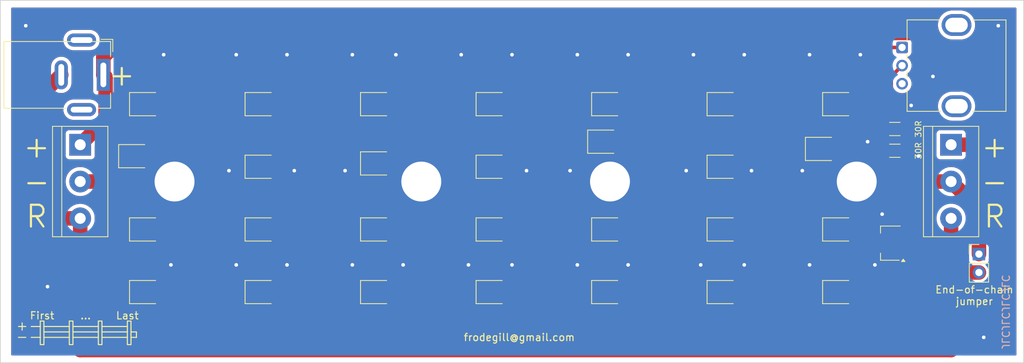
<source format=kicad_pcb>
(kicad_pcb (version 20240108) (generator "pcbnew") (generator_version "8.0")
  (layers (0 "F.Cu" signal) (31 "B.Cu" signal) (34 "B.Paste" user) (35 "F.Paste" user) (36 "B.SilkS" user "B.Silkscreen") (37 "F.SilkS" user "F.Silkscreen") (38 "B.Mask" user) (39 "F.Mask" user) (44 "Edge.Cuts" user))
  (net 0 "")
  (net 1 "GND")
  (net 2 "Net-(D1-A)")
  (net 3 "Net-(D1-K)")
  (net 4 "Net-(D2-A)")
  (net 5 "Net-(D3-A)")
  (net 6 "Net-(D10-K)")
  (net 7 "Net-(D10-A)")
  (net 8 "+12V")
  (net 9 "Net-(D11-A)")
  (net 10 "Net-(D17-A)")
  (net 11 "Net-(D18-A)")
  (net 12 "Net-(D19-A)")
  (net 13 "Net-(D25-A)")
  (net 14 "Net-(D26-A)")
  (net 15 "Net-(D27-A)")
  (net 16 "Net-(D33-A)")
  (net 17 "Net-(D34-A)")
  (net 18 "Net-(D35-A)")
  (net 19 "Net-(D41-A)")
  (net 20 "Net-(D42-A)")
  (net 21 "Net-(D43-A)")
  (net 22 "Net-(D49-A)")
  (net 23 "Net-(D50-A)")
  (net 24 "Net-(D51-A)")
  (net 25 "Net-(R1-Pad2)")
  (net 26 "Net-(U1-S)")
  (net 28 "Net-(J1-Pin_2)")
  (net 29 "Heat")
  (footprint "CustomLibrary:LED_PLCC_2835_AK" (layer "F.Cu") (at 137 171.75)
    (property "Reference" "D49" (hide yes))
    (property "Value" "LED_49" (hide yes))
    (fp_line (start -2.2 -1.6) (end -2.2 1.6) (stroke (width 0.12)) (layer "F.SilkS"))
    (fp_line (start 1.4 -1.6) (end -2.2 -1.6) (stroke (width 0.12)) (layer "F.SilkS"))
    (fp_line (start 1.4 1.6) (end -2.2 1.6) (stroke (width 0.12)) (layer "F.SilkS"))
    (pad "1" smd rect (at 1.375 0) (size 1.25 2.2) (layers "F.Cu" "F.Paste" "F.Mask") (net 3 "Net-(D1-K)"))
    (pad "2" smd rect (at -0.9 0) (size 2.2 2.2) (layers "F.Cu" "F.Paste" "F.Mask") (net 22 "Net-(D49-A)"))
  )
  (footprint "TerminalBlock:TerminalBlock_bornier-3_P5.08mm" (layer "F.Cu") (at 152.5 151.42 -90)
    (property "Reference" "J4" (hide yes))
    (property "Value" "Conn_01x03_Pin" (hide yes))
    (fp_line (start -2.54 3.81) (end 12.7 3.81) (stroke (width 0.12)) (layer "F.SilkS"))
    (fp_line (start -2.54 3.81) (end -2.54 -3.81) (stroke (width 0.12)) (layer "F.SilkS"))
    (fp_line (start 12.7 3.81) (end 12.7 -3.81) (stroke (width 0.12)) (layer "F.SilkS"))
    (fp_line (start -2.54 2.54) (end 12.7 2.54) (stroke (width 0.12)) (layer "F.SilkS"))
    (fp_line (start -2.54 -3.81) (end 12.7 -3.81) (stroke (width 0.12)) (layer "F.SilkS"))
    (pad "1" thru_hole rect (at 0 0 270) (size 3 3) (drill 1.52) (layers "*.Cu" "*.Mask") (net 8 "+12V"))
    (pad "2" thru_hole circle (at 5.08 0 270) (size 3 3) (drill 1.52) (layers "*.Cu" "*.Mask") (net 28 "Net-(J1-Pin_2)"))
    (pad "3" thru_hole circle (at 10.16 0 270) (size 3 3) (drill 1.52) (layers "*.Cu" "*.Mask") (net 1 "GND"))
  )
  (footprint "CustomLibrary:LED_PLCC_2835_AK" (layer "F.Cu") (at 137 145.82)
    (property "Reference" "D52" (hide yes))
    (property "Value" "LED_52" (hide yes))
    (fp_line (start -2.2 -1.6) (end -2.2 1.6) (stroke (width 0.12)) (layer "F.SilkS"))
    (fp_line (start 1.4 -1.6) (end -2.2 -1.6) (stroke (width 0.12)) (layer "F.SilkS"))
    (fp_line (start 1.4 1.6) (end -2.2 1.6) (stroke (width 0.12)) (layer "F.SilkS"))
    (pad "1" smd rect (at 1.375 0) (size 1.25 2.2) (layers "F.Cu" "F.Paste" "F.Mask") (net 24 "Net-(D51-A)"))
    (pad "2" smd rect (at -0.9 0) (size 2.2 2.2) (layers "F.Cu" "F.Paste" "F.Mask") (net 8 "+12V"))
  )
  (footprint "CustomLibrary:LED_PLCC_2835_AK" (layer "F.Cu") (at 134.625 152)
    (property "Reference" "D51" (hide yes))
    (property "Value" "LED_51" (hide yes))
    (fp_line (start -2.2 -1.6) (end -2.2 1.6) (stroke (width 0.12)) (layer "F.SilkS"))
    (fp_line (start 1.4 -1.6) (end -2.2 -1.6) (stroke (width 0.12)) (layer "F.SilkS"))
    (fp_line (start 1.4 1.6) (end -2.2 1.6) (stroke (width 0.12)) (layer "F.SilkS"))
    (pad "1" smd rect (at 1.375 0) (size 1.25 2.2) (layers "F.Cu" "F.Paste" "F.Mask") (net 23 "Net-(D50-A)"))
    (pad "2" smd rect (at -0.9 0) (size 2.2 2.2) (layers "F.Cu" "F.Paste" "F.Mask") (net 24 "Net-(D51-A)"))
  )
  (footprint "" (layer "F.Cu") (at 45.5 156.5)
    (property "Reference" "" (at 0 0 0) (layer "F.SilkS") (effects (font (size 1.27 1.27))))
    (property "Value" "")
    (pad "1" thru_hole circle (at 0 0) (size 7.5 7.5) (drill 5.5) (property pad_prop_heatsink) (layers "*.Cu") (net 29 "Heat"))
  )
  (footprint "CustomLibrary:LED_PLCC_2835_AK" (layer "F.Cu") (at 105.17 171.75)
    (property "Reference" "D33" (hide yes))
    (property "Value" "LED_33" (hide yes))
    (fp_line (start -2.2 -1.6) (end -2.2 1.6) (stroke (width 0.12)) (layer "F.SilkS"))
    (fp_line (start 1.4 -1.6) (end -2.2 -1.6) (stroke (width 0.12)) (layer "F.SilkS"))
    (fp_line (start 1.4 1.6) (end -2.2 1.6) (stroke (width 0.12)) (layer "F.SilkS"))
    (pad "1" smd rect (at 1.375 0) (size 1.25 2.2) (layers "F.Cu" "F.Paste" "F.Mask") (net 3 "Net-(D1-K)"))
    (pad "2" smd rect (at -0.9 0) (size 2.2 2.2) (layers "F.Cu" "F.Paste" "F.Mask") (net 16 "Net-(D33-A)"))
  )
  (footprint "CustomLibrary:BarrelJack_Wuerth_6941xx301002" (layer "F.Cu") (at 35.69 141.78 -90)
    (property "Reference" "J2" (hide yes))
    (property "Value" "Conn_Coaxial_Power" (hide yes))
    (fp_line (start -4.6 13.7) (end -4.6 -1) (stroke (width 0.12)) (layer "F.SilkS"))
    (fp_line (start 4.6 13.7) (end -4.6 13.7) (stroke (width 0.12)) (layer "F.SilkS"))
    (fp_line (start 4.6 5.2) (end 4.6 13.7) (stroke (width 0.12)) (layer "F.SilkS"))
    (fp_line (start -4.6 -1) (end -2.5 -1) (stroke (width 0.12)) (layer "F.SilkS"))
    (fp_line (start 2.5 -1) (end 4.6 -1) (stroke (width 0.12)) (layer "F.SilkS"))
    (fp_line (start 4.6 -1) (end 4.6 0.8) (stroke (width 0.12)) (layer "F.SilkS"))
    (fp_line (start -4.9 -1.3) (end -4.9 0.3) (stroke (width 0.12)) (layer "F.SilkS"))
    (fp_line (start -3.2 -1.3) (end -4.9 -1.3) (stroke (width 0.12)) (layer "F.SilkS"))
    (pad "1" thru_hole rect (at 0 0 270) (size 4.4 1.8) (drill oval 3.4 0.8) (layers "*.Cu" "*.Mask") (net 8 "+12V"))
    (pad "2" thru_hole oval (at 0 5.8 270) (size 4 1.8) (drill oval 3 0.8) (layers "*.Cu" "*.Mask") (net 1 "GND"))
    (pad "3" thru_hole oval (at -4.8 3) (size 4 1.8) (drill oval 3 0.8) (layers "*.Cu" "*.Mask"))
    (pad "3" thru_hole oval (at 4.8 3) (size 4 1.8) (drill oval 3 0.8) (layers "*.Cu" "*.Mask"))
  )
  (footprint "CustomLibrary:LED_PLCC_2835_AK" (layer "F.Cu") (at 73.33 145.82)
    (property "Reference" "D20" (hide yes))
    (property "Value" "LED_20" (hide yes))
    (fp_line (start -2.2 -1.6) (end -2.2 1.6) (stroke (width 0.12)) (layer "F.SilkS"))
    (fp_line (start 1.4 -1.6) (end -2.2 -1.6) (stroke (width 0.12)) (layer "F.SilkS"))
    (fp_line (start 1.4 1.6) (end -2.2 1.6) (stroke (width 0.12)) (layer "F.SilkS"))
    (pad "1" smd rect (at 1.375 0) (size 1.25 2.2) (layers "F.Cu" "F.Paste" "F.Mask") (net 12 "Net-(D19-A)"))
    (pad "2" smd rect (at -0.9 0) (size 2.2 2.2) (layers "F.Cu" "F.Paste" "F.Mask") (net 8 "+12V"))
  )
  (footprint "CustomLibrary:LED_PLCC_2835_AK" (layer "F.Cu") (at 73.33 171.75)
    (property "Reference" "D17" (hide yes))
    (property "Value" "LED_17" (hide yes))
    (fp_line (start -2.2 -1.6) (end -2.2 1.6) (stroke (width 0.12)) (layer "F.SilkS"))
    (fp_line (start 1.4 -1.6) (end -2.2 -1.6) (stroke (width 0.12)) (layer "F.SilkS"))
    (fp_line (start 1.4 1.6) (end -2.2 1.6) (stroke (width 0.12)) (layer "F.SilkS"))
    (pad "1" smd rect (at 1.375 0) (size 1.25 2.2) (layers "F.Cu" "F.Paste" "F.Mask") (net 3 "Net-(D1-K)"))
    (pad "2" smd rect (at -0.9 0) (size 2.2 2.2) (layers "F.Cu" "F.Paste" "F.Mask") (net 10 "Net-(D17-A)"))
  )
  (footprint "CustomLibrary:LED_PLCC_2835_AK" (layer "F.Cu") (at 41.5 171.75)
    (property "Reference" "D1" (hide yes))
    (property "Value" "LED_1" (hide yes))
    (fp_line (start -2.2 -1.6) (end -2.2 1.6) (stroke (width 0.12)) (layer "F.SilkS"))
    (fp_line (start 1.4 -1.6) (end -2.2 -1.6) (stroke (width 0.12)) (layer "F.SilkS"))
    (fp_line (start 1.4 1.6) (end -2.2 1.6) (stroke (width 0.12)) (layer "F.SilkS"))
    (pad "1" smd rect (at 1.375 0) (size 1.25 2.2) (layers "F.Cu" "F.Paste" "F.Mask") (net 3 "Net-(D1-K)"))
    (pad "2" smd rect (at -0.9 0) (size 2.2 2.2) (layers "F.Cu" "F.Paste" "F.Mask") (net 2 "Net-(D1-A)"))
  )
  (footprint "CustomLibrary:LED_PLCC_2835_AK" (layer "F.Cu") (at 105.17 145.82)
    (property "Reference" "D36" (hide yes))
    (property "Value" "LED_36" (hide yes))
    (fp_line (start -2.2 -1.6) (end -2.2 1.6) (stroke (width 0.12)) (layer "F.SilkS"))
    (fp_line (start 1.4 -1.6) (end -2.2 -1.6) (stroke (width 0.12)) (layer "F.SilkS"))
    (fp_line (start 1.4 1.6) (end -2.2 1.6) (stroke (width 0.12)) (layer "F.SilkS"))
    (pad "1" smd rect (at 1.375 0) (size 1.25 2.2) (layers "F.Cu" "F.Paste" "F.Mask") (net 18 "Net-(D35-A)"))
    (pad "2" smd rect (at -0.9 0) (size 2.2 2.2) (layers "F.Cu" "F.Paste" "F.Mask") (net 8 "+12V"))
  )
  (footprint "Resistor_SMD:R_1206_3216Metric" (layer "F.Cu") (at 144.75 149.25 180)
    (property "Reference" "R1" (hide yes))
    (property "Value" "30R" (hide yes))
    (fp_line (start -0.727064 0.91) (end 0.727064 0.91) (stroke (width 0.12)) (layer "F.SilkS"))
    (fp_line (start -0.727064 -0.91) (end 0.727064 -0.91) (stroke (width 0.12)) (layer "F.SilkS"))
    (fp_text user "30R" (at -3.25 0 90) (layer "F.SilkS") (effects (font (size 0.8 0.8) (thickness 0.12))))
    (pad "1" smd roundrect (at -1.4625 0 180) (size 1.125 1.75) (layers "F.Cu" "F.Paste" "F.Mask") (roundrect_rratio 0.222222) (net 28 "Net-(J1-Pin_2)"))
    (pad "2" smd roundrect (at 1.4625 0 180) (size 1.125 1.75) (layers "F.Cu" "F.Paste" "F.Mask") (roundrect_rratio 0.222222) (net 25 "Net-(R1-Pad2)"))
  )
  (footprint "CustomLibrary:LED_PLCC_2835_AK" (layer "F.Cu") (at 105.17 163.11)
    (property "Reference" "D34" (hide yes))
    (property "Value" "LED_34" (hide yes))
    (fp_line (start -2.2 -1.6) (end -2.2 1.6) (stroke (width 0.12)) (layer "F.SilkS"))
    (fp_line (start 1.4 -1.6) (end -2.2 -1.6) (stroke (width 0.12)) (layer "F.SilkS"))
    (fp_line (start 1.4 1.6) (end -2.2 1.6) (stroke (width 0.12)) (layer "F.SilkS"))
    (pad "1" smd rect (at 1.375 0) (size 1.25 2.2) (layers "F.Cu" "F.Paste" "F.Mask") (net 16 "Net-(D33-A)"))
    (pad "2" smd rect (at -0.9 0) (size 2.2 2.2) (layers "F.Cu" "F.Paste" "F.Mask") (net 17 "Net-(D34-A)"))
  )
  (footprint "Package_TO_SOT_SMD:SOT-89-3" (layer "F.Cu") (at 144.1375 165 180)
    (property "Reference" "U1" (hide yes))
    (property "Value" "~" (hide yes))
    (fp_line (start 1.36 2.36) (end -1.36 2.36) (stroke (width 0.12)) (layer "F.SilkS"))
    (fp_line (start 1.36 1.38) (end 1.36 2.36) (stroke (width 0.12)) (layer "F.SilkS"))
    (fp_line (start 1.36 -1.38) (end 1.36 -2.36) (stroke (width 0.12)) (layer "F.SilkS"))
    (fp_line (start -1.22 -2.36) (end 1.36 -2.36) (stroke (width 0.12)) (layer "F.SilkS"))
    (fp_poly (pts (xy -1.77 -2.21) (xy -2.01 -2.54) (xy -1.53 -2.54) (xy -1.77 -2.21)) (stroke (width 0.12)) (fill solid) (layer "F.SilkS"))
    (pad "1" smd roundrect (at -1.95 -1.5 180) (size 1.3 0.9) (layers "F.Cu" "F.Paste" "F.Mask") (net 3 "Net-(D1-K)"))
    (pad "2" smd custom (at -1.8625 0 180) (size 1.475 0.9) (layers "F.Cu" "F.Paste" "F.Mask") (net 28 "Net-(J1-Pin_2)") (options (clearance outline) (anchor rect)) (primitives (gr_poly (pts (xy 3.8625 0.8665) (xy 0.7375 0.8665) (xy 0.7375 -0.8665) (xy 3.8625 -0.8665)) (width 0) (fill yes))))
    (pad "3" smd roundrect (at -1.95 1.5 180) (size 1.3 0.9) (layers "F.Cu" "F.Paste" "F.Mask") (net 26 "Net-(U1-S)"))
  )
  (footprint "CustomLibrary:LED_PLCC_2835_AK" (layer "F.Cu") (at 89.25 171.75)
    (property "Reference" "D25" (hide yes))
    (property "Value" "LED_25" (hide yes))
    (fp_line (start -2.2 -1.6) (end -2.2 1.6) (stroke (width 0.12)) (layer "F.SilkS"))
    (fp_line (start 1.4 -1.6) (end -2.2 -1.6) (stroke (width 0.12)) (layer "F.SilkS"))
    (fp_line (start 1.4 1.6) (end -2.2 1.6) (stroke (width 0.12)) (layer "F.SilkS"))
    (pad "1" smd rect (at 1.375 0) (size 1.25 2.2) (layers "F.Cu" "F.Paste" "F.Mask") (net 3 "Net-(D1-K)"))
    (pad "2" smd rect (at -0.9 0) (size 2.2 2.2) (layers "F.Cu" "F.Paste" "F.Mask") (net 13 "Net-(D25-A)"))
  )
  (footprint "CustomLibrary:LED_PLCC_2835_AK" (layer "F.Cu") (at 121.08 171.75)
    (property "Reference" "D41" (hide yes))
    (property "Value" "LED_41" (hide yes))
    (fp_line (start -2.2 -1.6) (end -2.2 1.6) (stroke (width 0.12)) (layer "F.SilkS"))
    (fp_line (start 1.4 -1.6) (end -2.2 -1.6) (stroke (width 0.12)) (layer "F.SilkS"))
    (fp_line (start 1.4 1.6) (end -2.2 1.6) (stroke (width 0.12)) (layer "F.SilkS"))
    (pad "1" smd rect (at 1.375 0) (size 1.25 2.2) (layers "F.Cu" "F.Paste" "F.Mask") (net 3 "Net-(D1-K)"))
    (pad "2" smd rect (at -0.9 0) (size 2.2 2.2) (layers "F.Cu" "F.Paste" "F.Mask") (net 19 "Net-(D41-A)"))
  )
  (footprint "CustomLibrary:LED_PLCC_2835_AK" (layer "F.Cu") (at 121.08 154.46)
    (property "Reference" "D43" (hide yes))
    (property "Value" "LED_43" (hide yes))
    (fp_line (start -2.2 -1.6) (end -2.2 1.6) (stroke (width 0.12)) (layer "F.SilkS"))
    (fp_line (start 1.4 -1.6) (end -2.2 -1.6) (stroke (width 0.12)) (layer "F.SilkS"))
    (fp_line (start 1.4 1.6) (end -2.2 1.6) (stroke (width 0.12)) (layer "F.SilkS"))
    (pad "1" smd rect (at 1.375 0) (size 1.25 2.2) (layers "F.Cu" "F.Paste" "F.Mask") (net 20 "Net-(D42-A)"))
    (pad "2" smd rect (at -0.9 0) (size 2.2 2.2) (layers "F.Cu" "F.Paste" "F.Mask") (net 21 "Net-(D43-A)"))
  )
  (footprint "" (layer "F.Cu") (at 79.5 156.5)
    (property "Reference" "" (at 0 0 0) (layer "F.SilkS") (effects (font (size 1.27 1.27))))
    (property "Value" "")
    (pad "1" thru_hole circle (at 0 0) (size 7.5 7.5) (drill 5.5) (property pad_prop_heatsink) (layers "*.Cu") (net 29 "Heat"))
  )
  (footprint "CustomLibrary:LED_PLCC_2835_AK" (layer "F.Cu") (at 41.5 163.11)
    (property "Reference" "D2" (hide yes))
    (property "Value" "LED_2" (hide yes))
    (fp_line (start -2.2 -1.6) (end -2.2 1.6) (stroke (width 0.12)) (layer "F.SilkS"))
    (fp_line (start 1.4 -1.6) (end -2.2 -1.6) (stroke (width 0.12)) (layer "F.SilkS"))
    (fp_line (start 1.4 1.6) (end -2.2 1.6) (stroke (width 0.12)) (layer "F.SilkS"))
    (pad "1" smd rect (at 1.375 0) (size 1.25 2.2) (layers "F.Cu" "F.Paste" "F.Mask") (net 2 "Net-(D1-A)"))
    (pad "2" smd rect (at -0.9 0) (size 2.2 2.2) (layers "F.Cu" "F.Paste" "F.Mask") (net 4 "Net-(D2-A)"))
  )
  (footprint "" (layer "F.Cu") (at 105.5 156.5)
    (property "Reference" "" (at 0 0 0) (layer "F.SilkS") (effects (font (size 1.27 1.27))))
    (property "Value" "")
    (pad "1" thru_hole circle (at 0 0) (size 7.5 7.5) (drill 5.5) (property pad_prop_heatsink) (layers "*.Cu") (net 29 "Heat"))
  )
  (footprint "CustomLibrary:LED_PLCC_2835_AK" (layer "F.Cu") (at 40 153)
    (property "Reference" "D3" (hide yes))
    (property "Value" "LED_3" (hide yes))
    (fp_line (start -2.2 -1.6) (end -2.2 1.6) (stroke (width 0.12)) (layer "F.SilkS"))
    (fp_line (start 1.4 -1.6) (end -2.2 -1.6) (stroke (width 0.12)) (layer "F.SilkS"))
    (fp_line (start 1.4 1.6) (end -2.2 1.6) (stroke (width 0.12)) (layer "F.SilkS"))
    (pad "1" smd rect (at 1.375 0) (size 1.25 2.2) (layers "F.Cu" "F.Paste" "F.Mask") (net 4 "Net-(D2-A)"))
    (pad "2" smd rect (at -0.9 0) (size 2.2 2.2) (layers "F.Cu" "F.Paste" "F.Mask") (net 5 "Net-(D3-A)"))
  )
  (footprint "Connector_PinHeader_2.54mm:PinHeader_1x02_P2.54mm_Vertical" (layer "F.Cu") (at 156.34 166.51)
    (property "Reference" "J3" (hide yes))
    (property "Value" "Terminator" (hide yes))
    (fp_line (start -1.33 -1.33) (end 0 -1.33) (stroke (width 0.12)) (layer "F.SilkS"))
    (fp_line (start -1.33 0) (end -1.33 -1.33) (stroke (width 0.12)) (layer "F.SilkS"))
    (fp_line (start -1.33 1.27) (end -1.33 3.87) (stroke (width 0.12)) (layer "F.SilkS"))
    (fp_line (start -1.33 1.27) (end 1.33 1.27) (stroke (width 0.12)) (layer "F.SilkS"))
    (fp_line (start -1.33 3.87) (end 1.33 3.87) (stroke (width 0.12)) (layer "F.SilkS"))
    (fp_line (start 1.33 1.27) (end 1.33 3.87) (stroke (width 0.12)) (layer "F.SilkS"))
    (pad "1" thru_hole rect (at 0 0) (size 1.7 1.7) (drill 1) (layers "*.Cu" "*.Mask") (net 28 "Net-(J1-Pin_2)"))
    (pad "2" thru_hole oval (at 0 2.54) (size 1.7 1.7) (drill 1) (layers "*.Cu" "*.Mask") (net 1 "GND"))
  )
  (footprint "CustomLibrary:LED_PLCC_2835_AK" (layer "F.Cu") (at 57.42 145.82)
    (property "Reference" "D12" (hide yes))
    (property "Value" "LED_12" (hide yes))
    (fp_line (start -2.2 -1.6) (end -2.2 1.6) (stroke (width 0.12)) (layer "F.SilkS"))
    (fp_line (start 1.4 -1.6) (end -2.2 -1.6) (stroke (width 0.12)) (layer "F.SilkS"))
    (fp_line (start 1.4 1.6) (end -2.2 1.6) (stroke (width 0.12)) (layer "F.SilkS"))
    (pad "1" smd rect (at 1.375 0) (size 1.25 2.2) (layers "F.Cu" "F.Paste" "F.Mask") (net 9 "Net-(D11-A)"))
    (pad "2" smd rect (at -0.9 0) (size 2.2 2.2) (layers "F.Cu" "F.Paste" "F.Mask") (net 8 "+12V"))
  )
  (footprint "CustomLibrary:LED_PLCC_2835_AK" (layer "F.Cu") (at 57.42 163.11)
    (property "Reference" "D10" (hide yes))
    (property "Value" "LED_10" (hide yes))
    (fp_line (start -2.2 -1.6) (end -2.2 1.6) (stroke (width 0.12)) (layer "F.SilkS"))
    (fp_line (start 1.4 -1.6) (end -2.2 -1.6) (stroke (width 0.12)) (layer "F.SilkS"))
    (fp_line (start 1.4 1.6) (end -2.2 1.6) (stroke (width 0.12)) (layer "F.SilkS"))
    (pad "1" smd rect (at 1.375 0) (size 1.25 2.2) (layers "F.Cu" "F.Paste" "F.Mask") (net 6 "Net-(D10-K)"))
    (pad "2" smd rect (at -0.9 0) (size 2.2 2.2) (layers "F.Cu" "F.Paste" "F.Mask") (net 7 "Net-(D10-A)"))
  )
  (footprint "CustomLibrary:LED_PLCC_2835_AK" (layer "F.Cu") (at 89.25 145.82)
    (property "Reference" "D28" (hide yes))
    (property "Value" "LED_28" (hide yes))
    (fp_line (start -2.2 -1.6) (end -2.2 1.6) (stroke (width 0.12)) (layer "F.SilkS"))
    (fp_line (start 1.4 -1.6) (end -2.2 -1.6) (stroke (width 0.12)) (layer "F.SilkS"))
    (fp_line (start 1.4 1.6) (end -2.2 1.6) (stroke (width 0.12)) (layer "F.SilkS"))
    (pad "1" smd rect (at 1.375 0) (size 1.25 2.2) (layers "F.Cu" "F.Paste" "F.Mask") (net 15 "Net-(D27-A)"))
    (pad "2" smd rect (at -0.9 0) (size 2.2 2.2) (layers "F.Cu" "F.Paste" "F.Mask") (net 8 "+12V"))
  )
  (footprint "CustomLibrary:LED_PLCC_2835_AK" (layer "F.Cu") (at 73.33 154)
    (property "Reference" "D19" (hide yes))
    (property "Value" "LED_19" (hide yes))
    (fp_line (start -2.2 -1.6) (end -2.2 1.6) (stroke (width 0.12)) (layer "F.SilkS"))
    (fp_line (start 1.4 -1.6) (end -2.2 -1.6) (stroke (width 0.12)) (layer "F.SilkS"))
    (fp_line (start 1.4 1.6) (end -2.2 1.6) (stroke (width 0.12)) (layer "F.SilkS"))
    (pad "1" smd rect (at 1.375 0) (size 1.25 2.2) (layers "F.Cu" "F.Paste" "F.Mask") (net 11 "Net-(D18-A)"))
    (pad "2" smd rect (at -0.9 0) (size 2.2 2.2) (layers "F.Cu" "F.Paste" "F.Mask") (net 12 "Net-(D19-A)"))
  )
  (footprint "CustomLibrary:LED_PLCC_2835_AK" (layer "F.Cu") (at 137 163.11)
    (property "Reference" "D50" (hide yes))
    (property "Value" "LED_50" (hide yes))
    (fp_line (start -2.2 -1.6) (end -2.2 1.6) (stroke (width 0.12)) (layer "F.SilkS"))
    (fp_line (start 1.4 -1.6) (end -2.2 -1.6) (stroke (width 0.12)) (layer "F.SilkS"))
    (fp_line (start 1.4 1.6) (end -2.2 1.6) (stroke (width 0.12)) (layer "F.SilkS"))
    (pad "1" smd rect (at 1.375 0) (size 1.25 2.2) (layers "F.Cu" "F.Paste" "F.Mask") (net 22 "Net-(D49-A)"))
    (pad "2" smd rect (at -0.9 0) (size 2.2 2.2) (layers "F.Cu" "F.Paste" "F.Mask") (net 23 "Net-(D50-A)"))
  )
  (footprint "CustomLibrary:LED_PLCC_2835_AK" (layer "F.Cu") (at 57.42 171.75)
    (property "Reference" "D9" (hide yes))
    (property "Value" "LED_9" (hide yes))
    (fp_line (start -2.2 -1.6) (end -2.2 1.6) (stroke (width 0.12)) (layer "F.SilkS"))
    (fp_line (start 1.4 -1.6) (end -2.2 -1.6) (stroke (width 0.12)) (layer "F.SilkS"))
    (fp_line (start 1.4 1.6) (end -2.2 1.6) (stroke (width 0.12)) (layer "F.SilkS"))
    (pad "1" smd rect (at 1.375 0) (size 1.25 2.2) (layers "F.Cu" "F.Paste" "F.Mask") (net 3 "Net-(D1-K)"))
    (pad "2" smd rect (at -0.9 0) (size 2.2 2.2) (layers "F.Cu" "F.Paste" "F.Mask") (net 6 "Net-(D10-K)"))
  )
  (footprint "CustomLibrary:LED_PLCC_2835_AK" (layer "F.Cu") (at 104.625 151)
    (property "Reference" "D35" (hide yes))
    (property "Value" "LED_35" (hide yes))
    (fp_line (start -2.2 -1.6) (end -2.2 1.6) (stroke (width 0.12)) (layer "F.SilkS"))
    (fp_line (start 1.4 -1.6) (end -2.2 -1.6) (stroke (width 0.12)) (layer "F.SilkS"))
    (fp_line (start 1.4 1.6) (end -2.2 1.6) (stroke (width 0.12)) (layer "F.SilkS"))
    (pad "1" smd rect (at 1.375 0) (size 1.25 2.2) (layers "F.Cu" "F.Paste" "F.Mask") (net 17 "Net-(D34-A)"))
    (pad "2" smd rect (at -0.9 0) (size 2.2 2.2) (layers "F.Cu" "F.Paste" "F.Mask") (net 18 "Net-(D35-A)"))
  )
  (footprint "TerminalBlock:TerminalBlock_bornier-3_P5.08mm" (layer "F.Cu") (at 32.5 151.42 -90)
    (property "Reference" "J1" (hide yes))
    (property "Value" "Conn_01x03_Pin" (hide yes))
    (fp_line (start -2.54 3.81) (end 12.7 3.81) (stroke (width 0.12)) (layer "F.SilkS"))
    (fp_line (start -2.54 3.81) (end -2.54 -3.81) (stroke (width 0.12)) (layer "F.SilkS"))
    (fp_line (start 12.7 3.81) (end 12.7 -3.81) (stroke (width 0.12)) (layer "F.SilkS"))
    (fp_line (start -2.54 2.54) (end 12.7 2.54) (stroke (width 0.12)) (layer "F.SilkS"))
    (fp_line (start -2.54 -3.81) (end 12.7 -3.81) (stroke (width 0.12)) (layer "F.SilkS"))
    (pad "1" thru_hole rect (at 0 0 270) (size 3 3) (drill 1.52) (layers "*.Cu" "*.Mask") (net 8 "+12V"))
    (pad "2" thru_hole circle (at 5.08 0 270) (size 3 3) (drill 1.52) (layers "*.Cu" "*.Mask") (net 28 "Net-(J1-Pin_2)"))
    (pad "3" thru_hole circle (at 10.16 0 270) (size 3 3) (drill 1.52) (layers "*.Cu" "*.Mask") (net 1 "GND"))
  )
  (footprint "CustomLibrary:LED_PLCC_2835_AK" (layer "F.Cu") (at 89.25 154.46)
    (property "Reference" "D27" (hide yes))
    (property "Value" "LED_27" (hide yes))
    (fp_line (start -2.2 -1.6) (end -2.2 1.6) (stroke (width 0.12)) (layer "F.SilkS"))
    (fp_line (start 1.4 -1.6) (end -2.2 -1.6) (stroke (width 0.12)) (layer "F.SilkS"))
    (fp_line (start 1.4 1.6) (end -2.2 1.6) (stroke (width 0.12)) (layer "F.SilkS"))
    (pad "1" smd rect (at 1.375 0) (size 1.25 2.2) (layers "F.Cu" "F.Paste" "F.Mask") (net 14 "Net-(D26-A)"))
    (pad "2" smd rect (at -0.9 0) (size 2.2 2.2) (layers "F.Cu" "F.Paste" "F.Mask") (net 15 "Net-(D27-A)"))
  )
  (footprint "CustomLibrary:LED_PLCC_2835_AK" (layer "F.Cu") (at 89.25 163.11)
    (property "Reference" "D26" (hide yes))
    (property "Value" "LED_26" (hide yes))
    (fp_line (start -2.2 -1.6) (end -2.2 1.6) (stroke (width 0.12)) (layer "F.SilkS"))
    (fp_line (start 1.4 -1.6) (end -2.2 -1.6) (stroke (width 0.12)) (layer "F.SilkS"))
    (fp_line (start 1.4 1.6) (end -2.2 1.6) (stroke (width 0.12)) (layer "F.SilkS"))
    (pad "1" smd rect (at 1.375 0) (size 1.25 2.2) (layers "F.Cu" "F.Paste" "F.Mask") (net 13 "Net-(D25-A)"))
    (pad "2" smd rect (at -0.9 0) (size 2.2 2.2) (layers "F.Cu" "F.Paste" "F.Mask") (net 14 "Net-(D26-A)"))
  )
  (footprint "CustomLibrary:LED_PLCC_2835_AK" (layer "F.Cu") (at 121.08 145.82)
    (property "Reference" "D44" (hide yes))
    (property "Value" "LED_44" (hide yes))
    (fp_line (start -2.2 -1.6) (end -2.2 1.6) (stroke (width 0.12)) (layer "F.SilkS"))
    (fp_line (start 1.4 -1.6) (end -2.2 -1.6) (stroke (width 0.12)) (layer "F.SilkS"))
    (fp_line (start 1.4 1.6) (end -2.2 1.6) (stroke (width 0.12)) (layer "F.SilkS"))
    (pad "1" smd rect (at 1.375 0) (size 1.25 2.2) (layers "F.Cu" "F.Paste" "F.Mask") (net 21 "Net-(D43-A)"))
    (pad "2" smd rect (at -0.9 0) (size 2.2 2.2) (layers "F.Cu" "F.Paste" "F.Mask") (net 8 "+12V"))
  )
  (footprint "CustomLibrary:LED_PLCC_2835_AK" (layer "F.Cu") (at 73.33 163.11)
    (property "Reference" "D18" (hide yes))
    (property "Value" "LED_18" (hide yes))
    (fp_line (start -2.2 -1.6) (end -2.2 1.6) (stroke (width 0.12)) (layer "F.SilkS"))
    (fp_line (start 1.4 -1.6) (end -2.2 -1.6) (stroke (width 0.12)) (layer "F.SilkS"))
    (fp_line (start 1.4 1.6) (end -2.2 1.6) (stroke (width 0.12)) (layer "F.SilkS"))
    (pad "1" smd rect (at 1.375 0) (size 1.25 2.2) (layers "F.Cu" "F.Paste" "F.Mask") (net 10 "Net-(D17-A)"))
    (pad "2" smd rect (at -0.9 0) (size 2.2 2.2) (layers "F.Cu" "F.Paste" "F.Mask") (net 11 "Net-(D18-A)"))
  )
  (footprint "Rotary_Encoder:RotaryEncoder_Bourns_Vertical_PEC12R-3x17F-Nxxxx" (layer "F.Cu") (at 145.75 138)
    (property "Reference" "SW1" (hide yes))
    (property "Value" "RotaryEncoder, 2K" (hide yes))
    (fp_line (start 0.69 -3.81) (end 5.3 -3.81) (stroke (width 0.12)) (layer "F.SilkS"))
    (fp_line (start 0.69 -1.05) (end 0.69 -3.81) (stroke (width 0.12)) (layer "F.SilkS"))
    (fp_line (start 0.69 1.05) (end 0.69 1.65) (stroke (width 0.12)) (layer "F.SilkS"))
    (fp_line (start 0.69 3.35) (end 0.69 4.15) (stroke (width 0.12)) (layer "F.SilkS"))
    (fp_line (start 0.69 5.85) (end 0.69 8.81) (stroke (width 0.12)) (layer "F.SilkS"))
    (fp_line (start 5.3 8.81) (end 0.69 8.81) (stroke (width 0.12)) (layer "F.SilkS"))
    (fp_line (start 9.7 -3.8) (end 14.31 -3.8) (stroke (width 0.12)) (layer "F.SilkS"))
    (fp_line (start 14.31 -3.8) (end 14.31 8.81) (stroke (width 0.12)) (layer "F.SilkS"))
    (fp_line (start 14.31 8.81) (end 9.7 8.81) (stroke (width 0.12)) (layer "F.SilkS"))
    (pad "A" thru_hole roundrect (at 0 0) (size 1.6 1.6) (drill 1) (layers "*.Cu" "*.Mask") (roundrect_rratio 0.15625) (net 25 "Net-(R1-Pad2)"))
    (pad "B" thru_hole circle (at 0 5) (size 1.6 1.6) (drill 1) (layers "*.Cu" "*.Mask"))
    (pad "C" thru_hole circle (at 0 2.5) (size 1.6 1.6) (drill 1) (layers "*.Cu" "*.Mask") (net 26 "Net-(U1-S)"))
    (pad "SH" thru_hole oval (at 7.5 -3.1) (size 4.1 3) (drill oval 3.1 2) (layers "*.Cu" "*.Mask"))
    (pad "SH" thru_hole oval (at 7.5 8.1) (size 4.1 3) (drill oval 3.1 2) (layers "*.Cu" "*.Mask"))
  )
  (footprint "CustomLibrary:LED_PLCC_2835_AK" (layer "F.Cu") (at 57.42 154.46)
    (property "Reference" "D11" (hide yes))
    (property "Value" "LED_11" (hide yes))
    (fp_line (start -2.2 -1.6) (end -2.2 1.6) (stroke (width 0.12)) (layer "F.SilkS"))
    (fp_line (start 1.4 -1.6) (end -2.2 -1.6) (stroke (width 0.12)) (layer "F.SilkS"))
    (fp_line (start 1.4 1.6) (end -2.2 1.6) (stroke (width 0.12)) (layer "F.SilkS"))
    (pad "1" smd rect (at 1.375 0) (size 1.25 2.2) (layers "F.Cu" "F.Paste" "F.Mask") (net 7 "Net-(D10-A)"))
    (pad "2" smd rect (at -0.9 0) (size 2.2 2.2) (layers "F.Cu" "F.Paste" "F.Mask") (net 9 "Net-(D11-A)"))
  )
  (footprint "CustomLibrary:LED_PLCC_2835_AK" (layer "F.Cu") (at 121.08 163.11)
    (property "Reference" "D42" (hide yes))
    (property "Value" "LED_42" (hide yes))
    (fp_line (start -2.2 -1.6) (end -2.2 1.6) (stroke (width 0.12)) (layer "F.SilkS"))
    (fp_line (start 1.4 -1.6) (end -2.2 -1.6) (stroke (width 0.12)) (layer "F.SilkS"))
    (fp_line (start 1.4 1.6) (end -2.2 1.6) (stroke (width 0.12)) (layer "F.SilkS"))
    (pad "1" smd rect (at 1.375 0) (size 1.25 2.2) (layers "F.Cu" "F.Paste" "F.Mask") (net 19 "Net-(D41-A)"))
    (pad "2" smd rect (at -0.9 0) (size 2.2 2.2) (layers "F.Cu" "F.Paste" "F.Mask") (net 20 "Net-(D42-A)"))
  )
  (footprint "CustomLibrary:LED_PLCC_2835_AK" (layer "F.Cu") (at 41.5 145.82)
    (property "Reference" "D4" (hide yes))
    (property "Value" "LED_4" (hide yes))
    (fp_line (start -2.2 -1.6) (end -2.2 1.6) (stroke (width 0.12)) (layer "F.SilkS"))
    (fp_line (start 1.4 -1.6) (end -2.2 -1.6) (stroke (width 0.12)) (layer "F.SilkS"))
    (fp_line (start 1.4 1.6) (end -2.2 1.6) (stroke (width 0.12)) (layer "F.SilkS"))
    (pad "1" smd rect (at 1.375 0) (size 1.25 2.2) (layers "F.Cu" "F.Paste" "F.Mask") (net 5 "Net-(D3-A)"))
    (pad "2" smd rect (at -0.9 0) (size 2.2 2.2) (layers "F.Cu" "F.Paste" "F.Mask") (net 8 "+12V"))
  )
  (footprint "Resistor_SMD:R_1206_3216Metric" (layer "F.Cu") (at 144.75 152.25)
    (property "Reference" "R2" (hide yes))
    (property "Value" "30R" (hide yes))
    (fp_line (start -0.727064 -0.91) (end 0.727064 -0.91) (stroke (width 0.12)) (layer "F.SilkS"))
    (fp_line (start -0.727064 0.91) (end 0.727064 0.91) (stroke (width 0.12)) (layer "F.SilkS"))
    (fp_text user "30R" (at 3.25 0 90) (layer "F.SilkS") (effects (font (size 0.8 0.8) (thickness 0.12))))
    (pad "1" smd roundrect (at -1.4625 0) (size 1.125 1.75) (layers "F.Cu" "F.Paste" "F.Mask") (roundrect_rratio 0.222222) (net 25 "Net-(R1-Pad2)"))
    (pad "2" smd roundrect (at 1.4625 0) (size 1.125 1.75) (layers "F.Cu" "F.Paste" "F.Mask") (roundrect_rratio 0.222222) (net 26 "Net-(U1-S)"))
  )
  (footprint "" (layer "F.Cu") (at 139.5 156.5)
    (property "Reference" "" (at 0 0 0) (layer "F.SilkS") (effects (font (size 1.27 1.27))))
    (property "Value" "")
    (pad "1" thru_hole circle (at 0 0) (size 7.5 7.5) (drill 5.5) (property pad_prop_heatsink) (layers "*.Cu") (net 29 "Heat"))
  )
  (gr_line (start 27 178) (end 25.75 178) (stroke (width 0.15)) (layer "F.SilkS"))
  (gr_line (start 40.25 177.25) (end 40.25 178) (stroke (width 0.15)) (layer "F.SilkS"))
  (gr_line (start 24.5 176) (end 24.5 177) (stroke (width 0.15)) (layer "F.SilkS"))
  (gr_line (start 25 178) (end 24 178) (stroke (width 0.15)) (layer "F.SilkS"))
  (gr_line (start 31.5 176.5) (end 35 176.5) (stroke (width 0.15)) (layer "F.SilkS"))
  (gr_line (start 31.5 178) (end 35 178) (stroke (width 0.15)) (layer "F.SilkS"))
  (gr_rect (start 31 175.75) (end 31.5 179) (stroke (width 0.15)) (fill none) (layer "F.SilkS"))
  (gr_line (start 27.5 178) (end 31 178) (stroke (width 0.15)) (layer "F.SilkS"))
  (gr_line (start 35.5 177.25) (end 39 177.25) (stroke (width 0.15)) (layer "F.SilkS"))
  (gr_line (start 25 176.5) (end 24 176.5) (stroke (width 0.15)) (layer "F.SilkS"))
  (gr_rect (start 27 175.75) (end 27.5 179) (stroke (width 0.15)) (fill none) (layer "F.SilkS"))
  (gr_line (start 35.5 178) (end 39 178) (stroke (width 0.15)) (layer "F.SilkS"))
  (gr_rect (start 35 175.75) (end 35.5 179) (stroke (width 0.15)) (fill none) (layer "F.SilkS"))
  (gr_line (start 27 176.5) (end 25.75 176.5) (stroke (width 0.15)) (layer "F.SilkS"))
  (gr_line (start 27.5 176.5) (end 31 176.5) (stroke (width 0.15)) (layer "F.SilkS"))
  (gr_rect (start 39 175.75) (end 39.5 179) (stroke (width 0.15)) (fill none) (layer "F.SilkS"))
  (gr_line (start 31.5 177.25) (end 35 177.25) (stroke (width 0.15)) (layer "F.SilkS"))
  (gr_line (start 35.5 176.5) (end 39 176.5) (stroke (width 0.15)) (layer "F.SilkS"))
  (gr_line (start 39.5 177.25) (end 40.25 177.25) (stroke (width 0.15)) (layer "F.SilkS"))
  (gr_line (start 40.25 178) (end 39.5 178) (stroke (width 0.15)) (layer "F.SilkS"))
  (gr_line (start 27.5 177.25) (end 31 177.25) (stroke (width 0.15)) (layer "F.SilkS"))
  (gr_rect (start 21.5 131.5) (end 162.5 181.5) (stroke (width 0.1)) (fill none) (layer "Edge.Cuts"))
  (gr_text "JLCJLCJLCJLC" (at 160 174.5 270) (layer "B.SilkS") (effects (font (size 1 1)) (justify mirror)))
  (gr_text "frodegill@gmail.com" (at 93 178 0) (layer "F.SilkS") (effects (font (size 1 1))))
  (gr_text "+" (at 38.23 141.745 0) (layer "F.SilkS") (effects (font (size 3 3) (thickness 0.3))))
  (gr_text "+\n-\nR" (at 26.5 156.5 0) (layer "F.SilkS") (effects (font (size 3 3) (thickness 0.3))))
  (gr_text "First" (at 27.25 175 0) (layer "F.SilkS") (effects (font (size 1 1))))
  (gr_text "..." (at 33.25 175 0) (layer "F.SilkS") (effects (font (size 1 1))))
  (gr_text "End-of-chain\njumper" (at 155.705 172.225 0) (layer "F.SilkS") (effects (font (size 1 1))))
  (gr_text "Last" (at 39 175 0) (layer "F.SilkS") (effects (font (size 1 1))))
  (gr_text "+\n-\nR" (at 158.5 156.5 0) (layer "F.SilkS") (effects (font (size 3 3) (thickness 0.3))))
  (segment (start 152.53 169.05) (end 152.5 169.02) (width 2) (layer "F.Cu") (net 1))
  (segment (start 152.5 169.02) (end 152.5 161.58) (width 2) (layer "F.Cu") (net 1))
  (segment (start 156.34 169.05) (end 152.53 169.05) (width 2) (layer "F.Cu") (net 1))
  (segment (start 27.435 158.89) (end 27.435 144.235) (width 2) (layer "F.Cu") (net 1))
  (segment (start 32.5 179.75) (end 152.5 179.75) (width 2) (layer "F.Cu") (net 1))
  (segment (start 32.5 161.58) (end 32.5 179.75) (width 2) (layer "F.Cu") (net 1))
  (segment (start 30.125 161.58) (end 27.435 158.89) (width 2) (layer "F.Cu") (net 1))
  (segment (start 152.5 179.75) (end 152.5 169.02) (width 2) (layer "F.Cu") (net 1))
  (segment (start 27.435 144.235) (end 29.89 141.78) (width 2) (layer "F.Cu") (net 1))
  (segment (start 32.5 161.58) (end 30.125 161.58) (width 2) (layer "F.Cu") (net 1))
  (segment (start 42.875 165.76) (end 40.6 168.035) (width 1) (layer "F.Cu") (net 2))
  (segment (start 42.875 163.11) (end 42.875 165.76) (width 1) (layer "F.Cu") (net 2))
  (segment (start 40.6 168.035) (end 40.6 171.75) (width 1) (layer "F.Cu") (net 2))
  (segment (start 75 174) (end 83 174) (width 1) (layer "F.Cu") (net 3))
  (segment (start 138.375 173.375) (end 139 174) (width 1) (layer "F.Cu") (net 3))
  (segment (start 131 174) (end 139 174) (width 1) (layer "F.Cu") (net 3))
  (segment (start 123 174) (end 131 174) (width 1) (layer "F.Cu") (net 3))
  (segment (start 74.705 171.75) (end 74.705 173.705) (width 1) (layer "F.Cu") (net 3))
  (segment (start 54 174) (end 59 174) (width 1) (layer "F.Cu") (net 3))
  (segment (start 42.875 171.75) (end 51 171.75) (width 1) (layer "F.Cu") (net 3))
  (segment (start 115 174) (end 123 174) (width 1) (layer "F.Cu") (net 3))
  (segment (start 91 174) (end 99 174) (width 1) (layer "F.Cu") (net 3))
  (segment (start 74.705 173.705) (end 75 174) (width 1) (layer "F.Cu") (net 3))
  (segment (start 90.625 173.375) (end 91 173.75) (width 1) (layer "F.Cu") (net 3))
  (segment (start 144 174) (end 146.0875 171.9125) (width 1) (layer "F.Cu") (net 3))
  (segment (start 122.455 171.75) (end 122.455 173.455) (width 1) (layer "F.Cu") (net 3))
  (segment (start 106.545 171.75) (end 106.545 173.545) (width 1) (layer "F.Cu") (net 3))
  (segment (start 51 171.75) (end 51.75 171.75) (width 1) (layer "F.Cu") (net 3))
  (segment (start 107 174) (end 115 174) (width 1) (layer "F.Cu") (net 3))
  (segment (start 90.625 171.75) (end 90.625 173.375) (width 1) (layer "F.Cu") (net 3))
  (segment (start 58.795 171.75) (end 58.795 173.795) (width 1) (layer "F.Cu") (net 3))
  (segment (start 139 174) (end 144 174) (width 1) (layer "F.Cu") (net 3))
  (segment (start 83 174) (end 91 174) (width 1) (layer "F.Cu") (net 3))
  (segment (start 91 173.75) (end 91 174) (width 1) (layer "F.Cu") (net 3))
  (segment (start 106.545 173.545) (end 107 174) (width 1) (layer "F.Cu") (net 3))
  (segment (start 51.75 171.75) (end 54 174) (width 1) (layer "F.Cu") (net 3))
  (segment (start 67 174) (end 75 174) (width 1) (layer "F.Cu") (net 3))
  (segment (start 122.455 173.455) (end 123 174) (width 1) (layer "F.Cu") (net 3))
  (segment (start 99 174) (end 107 174) (width 1) (layer "F.Cu") (net 3))
  (segment (start 138.375 171.75) (end 138.375 173.375) (width 1) (layer "F.Cu") (net 3))
  (segment (start 58.795 173.795) (end 59 174) (width 1) (layer "F.Cu") (net 3))
  (segment (start 146.0875 171.9125) (end 146.0875 166.5) (width 1) (layer "F.Cu") (net 3))
  (segment (start 59 174) (end 67 174) (width 1) (layer "F.Cu") (net 3))
  (segment (start 41.375 154.325) (end 40.6 155.1) (width 1) (layer "F.Cu") (net 4))
  (segment (start 40.6 155.1) (end 40.6 163.11) (width 1) (layer "F.Cu") (net 4))
  (segment (start 41.375 153) (end 41.375 154.325) (width 1) (layer "F.Cu") (net 4))
  (segment (start 39.1 149.9) (end 39.1 153) (width 1) (layer "F.Cu") (net 5))
  (segment (start 40 149) (end 42 149) (width 1) (layer "F.Cu") (net 5))
  (segment (start 42 149) (end 42.875 148.125) (width 1) (layer "F.Cu") (net 5))
  (segment (start 40 149) (end 39.1 149.9) (width 1) (layer "F.Cu") (net 5))
  (segment (start 42.875 148.125) (end 42.875 145.82) (width 1) (layer "F.Cu") (net 5))
  (segment (start 58.795 165.76) (end 56.52 168.035) (width 1) (layer "F.Cu") (net 6))
  (segment (start 58.795 163.11) (end 58.795 165.76) (width 1) (layer "F.Cu") (net 6))
  (segment (start 56.52 168.035) (end 56.52 171.75) (width 1) (layer "F.Cu") (net 6))
  (segment (start 58.795 154.46) (end 58.795 157.11) (width 1) (layer "F.Cu") (net 7))
  (segment (start 58.795 157.11) (end 56.52 159.385) (width 1) (layer "F.Cu") (net 7))
  (segment (start 56.52 159.385) (end 56.52 163.11) (width 1) (layer "F.Cu") (net 7))
  (segment (start 136.1 145.82) (end 136.1 136.1) (width 1) (layer "F.Cu") (net 8))
  (segment (start 56.52 145.82) (end 56.52 136.52) (width 1) (layer "F.Cu") (net 8))
  (segment (start 112 136) (end 104 136) (width 2) (layer "F.Cu") (net 8))
  (segment (start 32.5 151.42) (end 36 147.92) (width 2) (layer "F.Cu") (net 8))
  (segment (start 104.27 145.82) (end 104.27 136.27) (width 1) (layer "F.Cu") (net 8))
  (segment (start 56 136) (end 48 136) (width 2) (layer "F.Cu") (net 8))
  (segment (start 88.35 145.82) (end 88.35 136.35) (width 1) (layer "F.Cu") (net 8))
  (segment (start 120 136) (end 112 136) (width 2) (layer "F.Cu") (net 8))
  (segment (start 128 136) (end 120 136) (width 2) (layer "F.Cu") (net 8))
  (segment (start 72 136) (end 64 136) (width 2) (layer "F.Cu") (net 8))
  (segment (start 48 136) (end 40 136) (width 2) (layer "F.Cu") (net 8))
  (segment (start 72.43 145.82) (end 72.43 136.43) (width 1) (layer "F.Cu") (net 8))
  (segment (start 39 136) (end 35.69 139.31) (width 2) (layer "F.Cu") (net 8))
  (segment (start 104 136) (end 96 136) (width 2) (layer "F.Cu") (net 8))
  (segment (start 120.18 136.18) (end 120 136) (width 1) (layer "F.Cu") (net 8))
  (segment (start 96 136) (end 88 136) (width 2) (layer "F.Cu") (net 8))
  (segment (start 36 142.09) (end 35.69 141.78) (width 2) (layer "F.Cu") (net 8))
  (segment (start 72.43 136.43) (end 72 136) (width 1) (layer "F.Cu") (net 8))
  (segment (start 88.35 136.35) (end 88 136) (width 1) (layer "F.Cu") (net 8))
  (segment (start 157 150) (end 157 145) (width 2) (layer "F.Cu") (net 8))
  (segment (start 56.52 136.52) (end 56 136) (width 1) (layer "F.Cu") (net 8))
  (segment (start 136 136) (end 128 136) (width 2) (layer "F.Cu") (net 8))
  (segment (start 136.1 136.1) (end 136 136) (width 1) (layer "F.Cu") (net 8))
  (segment (start 120.18 145.82) (end 120.18 136.18) (width 1) (layer "F.Cu") (net 8))
  (segment (start 64 136) (end 56 136) (width 2) (layer "F.Cu") (net 8))
  (segment (start 36 147.92) (end 36 142.09) (width 2) (layer "F.Cu") (net 8))
  (segment (start 40.6 145.82) (end 40.6 136.6) (width 1) (layer "F.Cu") (net 8))
  (segment (start 80 136) (end 72 136) (width 2) (layer "F.Cu") (net 8))
  (segment (start 104.27 136.27) (end 104 136) (width 1) (layer "F.Cu") (net 8))
  (segment (start 40.6 136.6) (end 40 136) (width 1) (layer "F.Cu") (net 8))
  (segment (start 157 145) (end 148 136) (width 2) (layer "F.Cu") (net 8))
  (segment (start 40 136) (end 39 136) (width 2) (layer "F.Cu") (net 8))
  (segment (start 88 136) (end 80 136) (width 2) (layer "F.Cu") (net 8))
  (segment (start 35.69 139.31) (end 35.69 141.78) (width 2) (layer "F.Cu") (net 8))
  (segment (start 148 136) (end 136 136) (width 2) (layer "F.Cu") (net 8))
  (segment (start 152.5 151.42) (end 155.58 151.42) (width 2) (layer "F.Cu") (net 8))
  (segment (start 155.58 151.42) (end 157 150) (width 2) (layer "F.Cu") (net 8))
  (segment (start 58.795 145.82) (end 58.795 148.47) (width 1) (layer "F.Cu") (net 9))
  (segment (start 58.795 148.47) (end 56.52 150.745) (width 1) (layer "F.Cu") (net 9))
  (segment (start 56.52 150.745) (end 56.52 154.46) (width 1) (layer "F.Cu") (net 9))
  (segment (start 74.705 165.76) (end 72.43 168.035) (width 1) (layer "F.Cu") (net 10))
  (segment (start 72.43 168.035) (end 72.43 171.75) (width 1) (layer "F.Cu") (net 10))
  (segment (start 74.705 163.11) (end 74.705 165.76) (width 1) (layer "F.Cu") (net 10))
  (segment (start 72.43 158.57) (end 72.43 163.11) (width 1) (layer "F.Cu") (net 11))
  (segment (start 74.705 156.295) (end 72.43 158.57) (width 1) (layer "F.Cu") (net 11))
  (segment (start 74.705 154) (end 74.705 156.295) (width 1) (layer "F.Cu") (net 11))
  (segment (start 74.705 150.875) (end 72.43 153.15) (width 1) (layer "F.Cu") (net 12))
  (segment (start 72.43 153.15) (end 72.43 154) (width 1) (layer "F.Cu") (net 12))
  (segment (start 74.705 145.82) (end 74.705 150.875) (width 1) (layer "F.Cu") (net 12))
  (segment (start 88.35 168.035) (end 88.35 171.75) (width 1) (layer "F.Cu") (net 13))
  (segment (start 90.625 165.76) (end 88.35 168.035) (width 1) (layer "F.Cu") (net 13))
  (segment (start 90.625 163.11) (end 90.625 165.76) (width 1) (layer "F.Cu") (net 13))
  (segment (start 90.625 157.11) (end 88.35 159.385) (width 1) (layer "F.Cu") (net 14))
  (segment (start 88.35 159.385) (end 88.35 163.11) (width 1) (layer "F.Cu") (net 14))
  (segment (start 90.625 154.46) (end 90.625 157.11) (width 1) (layer "F.Cu") (net 14))
  (segment (start 90.625 148.47) (end 88.35 150.745) (width 1) (layer "F.Cu") (net 15))
  (segment (start 88.35 150.745) (end 88.35 154.46) (width 1) (layer "F.Cu") (net 15))
  (segment (start 90.625 145.82) (end 90.625 148.47) (width 1) (layer "F.Cu") (net 15))
  (segment (start 106.545 163.11) (end 106.545 165.76) (width 1) (layer "F.Cu") (net 16))
  (segment (start 104.27 168.035) (end 104.27 171.75) (width 1) (layer "F.Cu") (net 16))
  (segment (start 106.545 165.76) (end 104.27 168.035) (width 1) (layer "F.Cu") (net 16))
  (segment (start 107.625 151) (end 110 153.375) (width 1) (layer "F.Cu") (net 17))
  (segment (start 110 153.375) (end 110 158.293251) (width 1) (layer "F.Cu") (net 17))
  (segment (start 104.27 161.01) (end 104.27 163.11) (width 1) (layer "F.Cu") (net 17))
  (segment (start 106 151) (end 107.625 151) (width 1) (layer "F.Cu") (net 17))
  (segment (start 104.28 161) (end 104.27 161.01) (width 1) (layer "F.Cu") (net 17))
  (segment (start 107.293251 161) (end 104.28 161) (width 1) (layer "F.Cu") (net 17))
  (segment (start 110 158.293251) (end 107.293251 161) (width 1) (layer "F.Cu") (net 17))
  (segment (start 106.545 145.82) (end 106.545 147.33) (width 1) (layer "F.Cu") (net 18))
  (segment (start 103.725 150.15) (end 103.725 151) (width 1) (layer "F.Cu") (net 18))
  (segment (start 106.545 147.33) (end 103.725 150.15) (width 1) (layer "F.Cu") (net 18))
  (segment (start 122.455 165.76) (end 120.18 168.035) (width 1) (layer "F.Cu") (net 19))
  (segment (start 120.18 168.035) (end 120.18 171.75) (width 1) (layer "F.Cu") (net 19))
  (segment (start 122.455 163.11) (end 122.455 165.76) (width 1) (layer "F.Cu") (net 19))
  (segment (start 120.18 159.385) (end 120.18 163.11) (width 1) (layer "F.Cu") (net 20))
  (segment (start 122.455 157.11) (end 120.18 159.385) (width 1) (layer "F.Cu") (net 20))
  (segment (start 122.455 154.46) (end 122.455 157.11) (width 1) (layer "F.Cu") (net 20))
  (segment (start 122.455 145.82) (end 122.455 148.47) (width 1) (layer "F.Cu") (net 21))
  (segment (start 122.455 148.47) (end 120.18 150.745) (width 1) (layer "F.Cu") (net 21))
  (segment (start 120.18 150.745) (end 120.18 154.46) (width 1) (layer "F.Cu") (net 21))
  (segment (start 138.375 165.76) (end 136.1 168.035) (width 1) (layer "F.Cu") (net 22))
  (segment (start 136.1 168.035) (end 136.1 171.75) (width 1) (layer "F.Cu") (net 22))
  (segment (start 138.375 163.11) (end 138.375 165.76) (width 1) (layer "F.Cu") (net 22))
  (segment (start 136 153.706749) (end 135.05 154.656749) (width 1) (layer "F.Cu") (net 23))
  (segment (start 135.05 159.05) (end 136.1 160.1) (width 1) (layer "F.Cu") (net 23))
  (segment (start 136 152) (end 136 153.706749) (width 1) (layer "F.Cu") (net 23))
  (segment (start 135.05 154.656749) (end 135.05 159.05) (width 1) (layer "F.Cu") (net 23))
  (segment (start 136.1 160.1) (end 136.1 163.11) (width 1) (layer "F.Cu") (net 23))
  (segment (start 138.375 147.92) (end 137.295 149) (width 1) (layer "F.Cu") (net 24))
  (segment (start 137.295 149) (end 135 149) (width 1) (layer "F.Cu") (net 24))
  (segment (start 135 149) (end 133.725 150.275) (width 1) (layer "F.Cu") (net 24))
  (segment (start 133.725 150.275) (end 133.725 152) (width 1) (layer "F.Cu") (net 24))
  (segment (start 138.375 145.82) (end 138.375 147.92) (width 1) (layer "F.Cu") (net 24))
  (segment (start 143.2875 138.9625) (end 144.25 138) (width 0.5) (layer "F.Cu") (net 25))
  (segment (start 143.2875 149.25) (end 143.2875 138.9625) (width 0.5) (layer "F.Cu") (net 25))
  (segment (start 143.2875 152.25) (end 143.2875 149.25) (width 0.5) (layer "F.Cu") (net 25))
  (segment (start 144.25 138) (end 145.75 138) (width 0.5) (layer "F.Cu") (net 25))
  (segment (start 146.2125 152.25) (end 144.75 150.7875) (width 0.5) (layer "F.Cu") (net 26))
  (segment (start 146.2125 152.25) (end 146.2125 163.375) (width 0.5) (layer "F.Cu") (net 26))
  (segment (start 144.25 145.25) (end 144.25 142) (width 0.5) (layer "F.Cu") (net 26))
  (segment (start 144.75 150.7875) (end 144.75 145.75) (width 0.5) (layer "F.Cu") (net 26))
  (segment (start 146.2125 163.375) (end 146.0875 163.5) (width 0.5) (layer "F.Cu") (net 26))
  (segment (start 144.25 142) (end 145.75 140.5) (width 0.5) (layer "F.Cu") (net 26))
  (segment (start 144.75 145.75) (end 144.25 145.25) (width 0.5) (layer "F.Cu") (net 26))
  (segment (start 146.2 152.2625) (end 146.2125 152.25) (width 0.5) (layer "F.Cu") (net 26))
  (segment (start 83.5 177) (end 149.5 177) (width 2) (layer "F.Cu") (net 28))
  (segment (start 146 165) (end 149.5 165) (width 1.5) (layer "F.Cu") (net 28))
  (segment (start 148.75 149.25) (end 149.5 150) (width 0.5) (layer "F.Cu") (net 28))
  (segment (start 149.5 165) (end 149.5 156.5) (width 2) (layer "F.Cu") (net 28))
  (segment (start 149.5 177) (end 149.5 170.75) (width 2) (layer "F.Cu") (net 28))
  (segment (start 146.2125 149.25) (end 148.75 149.25) (width 0.5) (layer "F.Cu") (net 28))
  (segment (start 149.5 150) (end 149.5 156.5) (width 0.5) (layer "F.Cu") (net 28))
  (segment (start 35.5 156.5) (end 35.5 177) (width 2) (layer "F.Cu") (net 28))
  (segment (start 149.5 170.75) (end 149.5 165) (width 2) (layer "F.Cu") (net 28))
  (segment (start 149.5 156.5) (end 152.5 156.5) (width 2) (layer "F.Cu") (net 28))
  (segment (start 35.5 177) (end 83.5 177) (width 2) (layer "F.Cu") (net 28))
  (segment (start 156.34 166.51) (end 156.34 160.34) (width 2) (layer "F.Cu") (net 28))
  (segment (start 32.5 156.5) (end 35.5 156.5) (width 2) (layer "F.Cu") (net 28))
  (segment (start 156.34 160.34) (end 152.5 156.5) (width 2) (layer "F.Cu") (net 28))
  (via (at 150 142) (size 1) (drill 0.5) (layers "F.Cu" "B.Cu") (net 29))
  (via (at 70 168) (size 1) (drill 0.5) (layers "F.Cu" "B.Cu") (net 29))
  (via (at 101 168) (size 1) (drill 0.5) (layers "F.Cu" "B.Cu") (net 29))
  (via (at 125 155) (size 1) (drill 0.5) (layers "F.Cu" "B.Cu") (net 29))
  (via (at 92 168) (size 1) (drill 0.5) (layers "F.Cu" "B.Cu") (net 29))
  (via (at 61 168) (size 1) (drill 0.5) (layers "F.Cu" "B.Cu") (net 29))
  (via (at 101 139) (size 1) (drill 0.5) (layers "F.Cu" "B.Cu") (net 29))
  (via (at 54 168) (size 1) (drill 0.5) (layers "F.Cu" "B.Cu") (net 29))
  (via (at 61 139) (size 1) (drill 0.5) (layers "F.Cu" "B.Cu") (net 29))
  (via (at 25 135) (size 1) (drill 0.5) (layers "F.Cu" "B.Cu") (net 29))
  (via (at 133 139) (size 1) (drill 0.5) (layers "F.Cu" "B.Cu") (net 29))
  (via (at 108 168) (size 1) (drill 0.5) (layers "F.Cu" "B.Cu") (net 29))
  (via (at 117 139) (size 1) (drill 0.5) (layers "F.Cu" "B.Cu") (net 29))
  (via (at 147 146) (size 1) (drill 0.5) (layers "F.Cu" "B.Cu") (net 29))
  (via (at 62 155) (size 1) (drill 0.5) (layers "F.Cu" "B.Cu") (net 29))
  (via (at 148 153) (size 1) (drill 0.5) (layers "F.Cu" "B.Cu") (net 29))
  (via (at 76 139) (size 1) (drill 0.5) (layers "F.Cu" "B.Cu") (net 29))
  (via (at 100 155) (size 1) (drill 0.5) (layers "F.Cu" "B.Cu") (net 29))
  (via (at 116 155) (size 1) (drill 0.5) (layers "F.Cu" "B.Cu") (net 29))
  (via (at 124 139) (size 1) (drill 0.5) (layers "F.Cu" "B.Cu") (net 29))
  (via (at 77 168) (size 1) (drill 0.5) (layers "F.Cu" "B.Cu") (net 29))
  (via (at 140 139) (size 1) (drill 0.5) (layers "F.Cu" "B.Cu") (net 29))
  (via (at 28 171) (size 1) (drill 0.5) (layers "F.Cu" "B.Cu") (net 29))
  (via (at 53 155) (size 1) (drill 0.5) (layers "F.Cu" "B.Cu") (net 29))
  (via (at 159 135) (size 1) (drill 0.5) (layers "F.Cu" "B.Cu") (net 29))
  (via (at 141 151) (size 1) (drill 0.5) (layers "F.Cu" "B.Cu") (net 29))
  (via (at 54 139) (size 1) (drill 0.5) (layers "F.Cu" "B.Cu") (net 29))
  (via (at 108 139) (size 1) (drill 0.5) (layers "F.Cu" "B.Cu") (net 29))
  (via (at 143 161) (size 1) (drill 0.5) (layers "F.Cu" "B.Cu") (net 29))
  (via (at 142 168) (size 1) (drill 0.5) (layers "F.Cu" "B.Cu") (net 29))
  (via (at 132 155) (size 1) (drill 0.5) (layers "F.Cu" "B.Cu") (net 29))
  (via (at 45 168) (size 1) (drill 0.5) (layers "F.Cu" "B.Cu") (net 29))
  (via (at 157 178) (size 1) (drill 0.5) (layers "F.Cu" "B.Cu") (net 29))
  (via (at 86 168) (size 1) (drill 0.5) (layers "F.Cu" "B.Cu") (net 29))
  (via (at 70 139) (size 1) (drill 0.5) (layers "F.Cu" "B.Cu") (net 29))
  (via (at 133 168) (size 1) (drill 0.5) (layers "F.Cu" "B.Cu") (net 29))
  (via (at 92 139) (size 1) (drill 0.5) (layers "F.Cu" "B.Cu") (net 29))
  (via (at 94 155) (size 1) (drill 0.5) (layers "F.Cu" "B.Cu") (net 29))
  (via (at 44 139) (size 1) (drill 0.5) (layers "F.Cu" "B.Cu") (net 29))
  (via (at 69 155) (size 1) (drill 0.5) (layers "F.Cu" "B.Cu") (net 29))
  (via (at 124 168) (size 1) (drill 0.5) (layers "F.Cu" "B.Cu") (net 29))
  (via (at 85 139) (size 1) (drill 0.5) (layers "F.Cu" "B.Cu") (net 29))
  (via (at 118 168) (size 1) (drill 0.5) (layers "F.Cu" "B.Cu") (net 29))
  (zone (net 29) (net_name "Heat") (layers "F&B.Cu") (connect_pads (clearance 0.508)) (min_thickness 0.254) (fill yes (thermal_gap 0.508) (thermal_bridge_width 0.508))
    (polygon (pts (xy 161.5 180.5) (xy 23 180.5) (xy 23 132.5) (xy 161.5 132.5)))
  )
)
</source>
